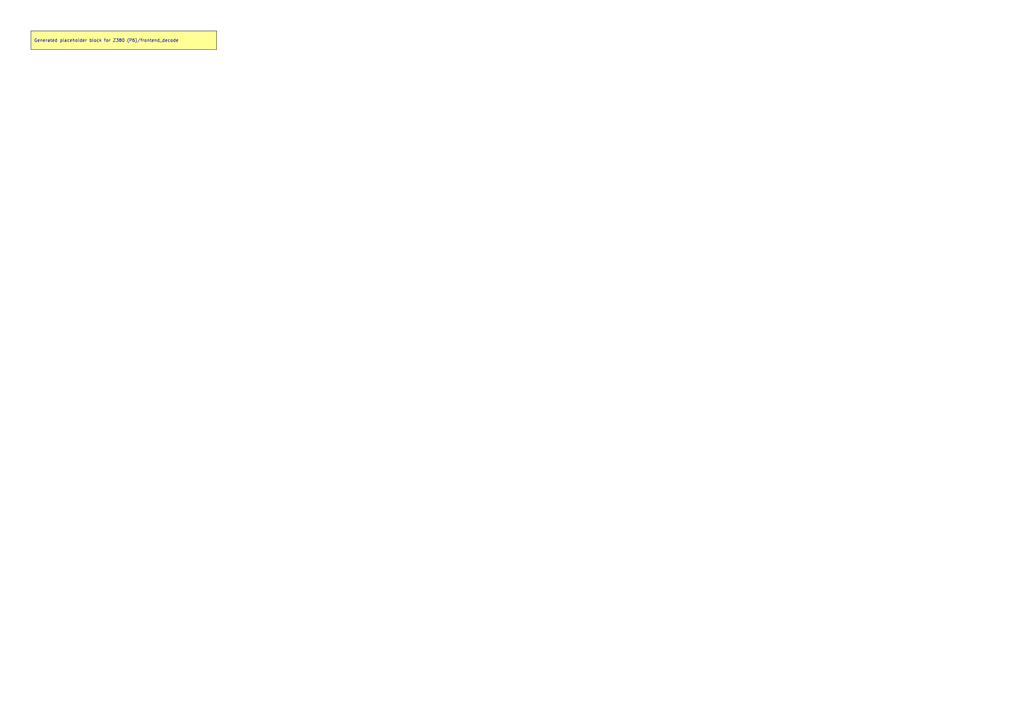
<source format=kicad_sch>
(kicad_sch
	(version 20250114)
	(generator "kicadgen")
	(generator_version "0.2")
	(uuid "4d2a48c2-a410-5db1-aaa4-4b3a064d370e")
	(paper "A3")
	(title_block
		(title "Z380 (P6)::frontend_decode")
		(company "Project Carbon")
		(comment 1 "Generated - do not edit in generated/")
		(comment 2 "Edit in schem/kicad9/manual/ or refine mapping specs")
	)
	(lib_symbols)
	(text_box
		"Generated placeholder block for Z380 (P6)/frontend_decode"
		(exclude_from_sim no)
		(at
			12.7
			12.7
			0
		)
		(size 76.2 7.62)
		(margins
			1.27
			1.27
			1.27
			1.27
		)
		(stroke
			(width 0)
			(type default)
			(color
				0
				0
				0
				1
			)
		)
		(fill
			(type color)
			(color
				255
				255
				150
				1
			)
		)
		(effects
			(font
				(size 1.27 1.27)
			)
			(justify left)
		)
		(uuid "a2a9d977-5ace-5a79-b35b-18dcb17c68a1")
	)
	(sheet_instances
		(path
			"/"
			(page "1")
		)
	)
	(embedded_fonts no)
)

</source>
